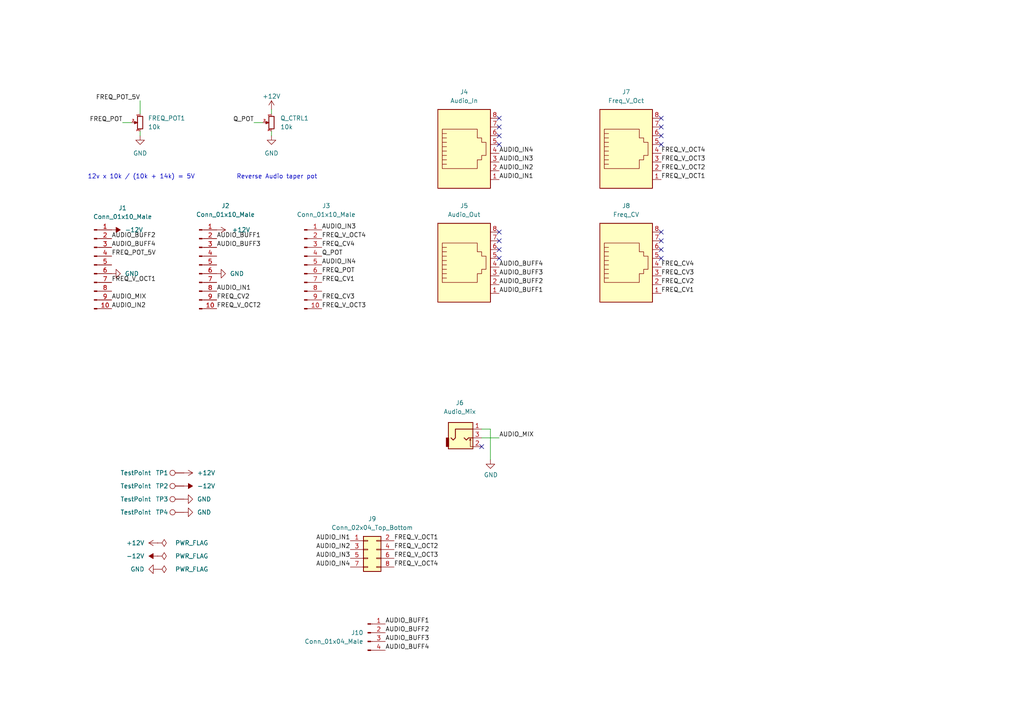
<source format=kicad_sch>
(kicad_sch (version 20211123) (generator eeschema)
  (paper "A4")
  (lib_symbols
    (symbol "Connector:Conn_01x04_Male" (pin_names (offset 1.016) hide)
      (property "Reference" "J" (at 0 5.08 0))
      (property "Value" "Conn_01x04_Male" (at 0 -7.62 0))
      (symbol "Conn_01x04_Male_1_1"
        (polyline (pts (xy 1.27 -5.08) (xy 0.8636 -5.08)) (stroke (width 0.1524)))
        (polyline (pts (xy 1.27 -2.54) (xy 0.8636 -2.54)) (stroke (width 0.1524)))
        (polyline (pts (xy 1.27 0) (xy 0.8636 0)) (stroke (width 0.1524)))
        (polyline (pts (xy 1.27 2.54) (xy 0.8636 2.54)) (stroke (width 0.1524)))
        (rectangle (start 0.8636 -4.953) (end 0 -5.207) (stroke (width 0.1524)) (fill (type outline)))
        (rectangle (start 0.8636 -2.413) (end 0 -2.667) (stroke (width 0.1524)) (fill (type outline)))
        (rectangle (start 0.8636 0.127) (end 0 -0.127) (stroke (width 0.1524)) (fill (type outline)))
        (rectangle (start 0.8636 2.667) (end 0 2.413) (stroke (width 0.1524)) (fill (type outline)))
        (pin passive line (at 5.08 2.54 180) (length 3.81) (name "Pin_1") (number "1"))
        (pin passive line (at 5.08 0 180) (length 3.81) (name "Pin_2") (number "2"))
        (pin passive line (at 5.08 -2.54 180) (length 3.81) (name "Pin_3") (number "3"))
        (pin passive line (at 5.08 -5.08 180) (length 3.81) (name "Pin_4") (number "4"))
      )
    )
    (symbol "Connector:Conn_01x10_Male" (pin_names (offset 1.016) hide)
      (property "Reference" "J" (at 0 12.7 0))
      (property "Value" "Conn_01x10_Male" (at 0 -15.24 0))
      (symbol "Conn_01x10_Male_1_1"
        (polyline (pts (xy 1.27 -12.7) (xy 0.8636 -12.7)) (stroke (width 0.1524)))
        (polyline (pts (xy 1.27 -10.16) (xy 0.8636 -10.16)) (stroke (width 0.1524)))
        (polyline (pts (xy 1.27 -7.62) (xy 0.8636 -7.62)) (stroke (width 0.1524)))
        (polyline (pts (xy 1.27 -5.08) (xy 0.8636 -5.08)) (stroke (width 0.1524)))
        (polyline (pts (xy 1.27 -2.54) (xy 0.8636 -2.54)) (stroke (width 0.1524)))
        (polyline (pts (xy 1.27 0) (xy 0.8636 0)) (stroke (width 0.1524)))
        (polyline (pts (xy 1.27 2.54) (xy 0.8636 2.54)) (stroke (width 0.1524)))
        (polyline (pts (xy 1.27 5.08) (xy 0.8636 5.08)) (stroke (width 0.1524)))
        (polyline (pts (xy 1.27 7.62) (xy 0.8636 7.62)) (stroke (width 0.1524)))
        (polyline (pts (xy 1.27 10.16) (xy 0.8636 10.16)) (stroke (width 0.1524)))
        (rectangle (start 0.8636 -12.573) (end 0 -12.827) (stroke (width 0.1524)) (fill (type outline)))
        (rectangle (start 0.8636 -10.033) (end 0 -10.287) (stroke (width 0.1524)) (fill (type outline)))
        (rectangle (start 0.8636 -7.493) (end 0 -7.747) (stroke (width 0.1524)) (fill (type outline)))
        (rectangle (start 0.8636 -4.953) (end 0 -5.207) (stroke (width 0.1524)) (fill (type outline)))
        (rectangle (start 0.8636 -2.413) (end 0 -2.667) (stroke (width 0.1524)) (fill (type outline)))
        (rectangle (start 0.8636 0.127) (end 0 -0.127) (stroke (width 0.1524)) (fill (type outline)))
        (rectangle (start 0.8636 2.667) (end 0 2.413) (stroke (width 0.1524)) (fill (type outline)))
        (rectangle (start 0.8636 5.207) (end 0 4.953) (stroke (width 0.1524)) (fill (type outline)))
        (rectangle (start 0.8636 7.747) (end 0 7.493) (stroke (width 0.1524)) (fill (type outline)))
        (rectangle (start 0.8636 10.287) (end 0 10.033) (stroke (width 0.1524)) (fill (type outline)))
        (pin passive line (at 5.08 10.16 180) (length 3.81) (name "Pin_1") (number "1"))
        (pin passive line (at 5.08 -12.7 180) (length 3.81) (name "Pin_10") (number "10"))
        (pin passive line (at 5.08 7.62 180) (length 3.81) (name "Pin_2") (number "2"))
        (pin passive line (at 5.08 5.08 180) (length 3.81) (name "Pin_3") (number "3"))
        (pin passive line (at 5.08 2.54 180) (length 3.81) (name "Pin_4") (number "4"))
        (pin passive line (at 5.08 0 180) (length 3.81) (name "Pin_5") (number "5"))
        (pin passive line (at 5.08 -2.54 180) (length 3.81) (name "Pin_6") (number "6"))
        (pin passive line (at 5.08 -5.08 180) (length 3.81) (name "Pin_7") (number "7"))
        (pin passive line (at 5.08 -7.62 180) (length 3.81) (name "Pin_8") (number "8"))
        (pin passive line (at 5.08 -10.16 180) (length 3.81) (name "Pin_9") (number "9"))
      )
    )
    (symbol "Connector:RJ45" (pin_names (offset 1.016))
      (property "Reference" "J" (at -5.08 13.97 0))
      (property "Value" "RJ45" (at 2.54 13.97 0))
      (symbol "RJ45_0_1"
        (polyline (pts (xy -5.08 4.445) (xy -6.35 4.445)))
        (polyline (pts (xy -5.08 5.715) (xy -6.35 5.715)))
        (polyline (pts (xy -6.35 -3.175) (xy -5.08 -3.175) (xy -5.08 -3.175)))
        (polyline (pts (xy -6.35 -1.905) (xy -5.08 -1.905) (xy -5.08 -1.905)))
        (polyline (pts (xy -6.35 -0.635) (xy -5.08 -0.635) (xy -5.08 -0.635)))
        (polyline (pts (xy -6.35 0.635) (xy -5.08 0.635) (xy -5.08 0.635)))
        (polyline (pts (xy -6.35 1.905) (xy -5.08 1.905) (xy -5.08 1.905)))
        (polyline (pts (xy -5.08 3.175) (xy -6.35 3.175) (xy -6.35 3.175)))
        (polyline (pts (xy -6.35 -4.445) (xy -6.35 6.985) (xy 3.81 6.985) (xy 3.81 4.445) (xy 5.08 4.445) (xy 5.08 3.175) (xy 6.35 3.175) (xy 6.35 -0.635) (xy 5.08 -0.635) (xy 5.08 -1.905) (xy 3.81 -1.905) (xy 3.81 -4.445) (xy -6.35 -4.445) (xy -6.35 -4.445)))
        (rectangle (start 7.62 12.7) (end -7.62 -10.16) (stroke (width 0.254)) (fill (type background)))
      )
      (symbol "RJ45_1_1"
        (pin passive line (at 10.16 -7.62 180) (length 2.54) (name "~") (number "1"))
        (pin passive line (at 10.16 -5.08 180) (length 2.54) (name "~") (number "2"))
        (pin passive line (at 10.16 -2.54 180) (length 2.54) (name "~") (number "3"))
        (pin passive line (at 10.16 0 180) (length 2.54) (name "~") (number "4"))
        (pin passive line (at 10.16 2.54 180) (length 2.54) (name "~") (number "5"))
        (pin passive line (at 10.16 5.08 180) (length 2.54) (name "~") (number "6"))
        (pin passive line (at 10.16 7.62 180) (length 2.54) (name "~") (number "7"))
        (pin passive line (at 10.16 10.16 180) (length 2.54) (name "~") (number "8"))
      )
    )
    (symbol "Connector:TestPoint" (pin_numbers hide) (pin_names (offset 0.762) hide)
      (property "Reference" "TP" (at 0 6.858 0))
      (property "Value" "TestPoint" (at 0 5.08 0))
      (symbol "TestPoint_0_1"
        (circle (center 0 3.302) (radius 0.762))
      )
      (symbol "TestPoint_1_1"
        (pin passive line (at 0 0 90) (length 2.54) (name "1") (number "1"))
      )
    )
    (symbol "Connector_Generic:Conn_02x04_Odd_Even" (pin_names (offset 1.016) hide)
      (property "Reference" "J" (at 1.27 5.08 0))
      (property "Value" "Conn_02x04_Odd_Even" (at 1.27 -7.62 0))
      (symbol "Conn_02x04_Odd_Even_1_1"
        (rectangle (start -1.27 -4.953) (end 0 -5.207) (stroke (width 0.1524)))
        (rectangle (start -1.27 -2.413) (end 0 -2.667) (stroke (width 0.1524)))
        (rectangle (start -1.27 0.127) (end 0 -0.127) (stroke (width 0.1524)))
        (rectangle (start -1.27 2.667) (end 0 2.413) (stroke (width 0.1524)))
        (rectangle (start -1.27 3.81) (end 3.81 -6.35) (stroke (width 0.254)) (fill (type background)))
        (rectangle (start 3.81 -4.953) (end 2.54 -5.207) (stroke (width 0.1524)))
        (rectangle (start 3.81 -2.413) (end 2.54 -2.667) (stroke (width 0.1524)))
        (rectangle (start 3.81 0.127) (end 2.54 -0.127) (stroke (width 0.1524)))
        (rectangle (start 3.81 2.667) (end 2.54 2.413) (stroke (width 0.1524)))
        (pin passive line (at -5.08 2.54 0) (length 3.81) (name "Pin_1") (number "1"))
        (pin passive line (at 7.62 2.54 180) (length 3.81) (name "Pin_2") (number "2"))
        (pin passive line (at -5.08 0 0) (length 3.81) (name "Pin_3") (number "3"))
        (pin passive line (at 7.62 0 180) (length 3.81) (name "Pin_4") (number "4"))
        (pin passive line (at -5.08 -2.54 0) (length 3.81) (name "Pin_5") (number "5"))
        (pin passive line (at 7.62 -2.54 180) (length 3.81) (name "Pin_6") (number "6"))
        (pin passive line (at -5.08 -5.08 0) (length 3.81) (name "Pin_7") (number "7"))
        (pin passive line (at 7.62 -5.08 180) (length 3.81) (name "Pin_8") (number "8"))
      )
    )
    (symbol "Device:R_Potentiometer_Small" (pin_names (offset 1.016) hide)
      (property "Reference" "RV" (at -4.445 0 90))
      (property "Value" "R_Potentiometer_Small" (at -2.54 0 90))
      (symbol "R_Potentiometer_Small_0_1"
        (polyline (pts (xy 0.889 0) (xy 0.635 0) (xy 1.651 0.381) (xy 1.651 -0.381) (xy 0.635 0) (xy 0.889 0)) (fill (type outline)))
        (rectangle (start 0.762 1.8034) (end -0.762 -1.8034) (stroke (width 0.254)))
      )
      (symbol "R_Potentiometer_Small_1_1"
        (pin passive line (at 0 2.54 270) (length 0.635) (name "1") (number "1"))
        (pin passive line (at 2.54 0 180) (length 0.9906) (name "2") (number "2"))
        (pin passive line (at 0 -2.54 90) (length 0.635) (name "3") (number "3"))
      )
    )
    (symbol "power:+12V" (power) (pin_names (offset 0))
      (property "Value" "+12V" (at 0 3.556 0))
      (symbol "+12V_0_1"
        (polyline (pts (xy -0.762 1.27) (xy 0 2.54)))
        (polyline (pts (xy 0 0) (xy 0 2.54)))
        (polyline (pts (xy 0 2.54) (xy 0.762 1.27)))
      )
      (symbol "+12V_1_1"
        (pin power_in line (at 0 0 90) (length 0) hide (name "+12V") (number "1"))
      )
    )
    (symbol "power:-12V" (power) (pin_names (offset 0))
      (property "Value" "-12V" (at 0 3.81 0))
      (symbol "-12V_0_0"
        (pin power_in line (at 0 0 90) (length 0) hide (name "-12V") (number "1"))
      )
      (symbol "-12V_0_1"
        (polyline (pts (xy 0 0) (xy 0 1.27) (xy 0.762 1.27) (xy 0 2.54) (xy -0.762 1.27) (xy 0 1.27)) (fill (type outline)))
      )
    )
    (symbol "power:GND" (power) (pin_names (offset 0))
      (property "Value" "GND" (at 0 -3.81 0))
      (symbol "GND_0_1"
        (polyline (pts (xy 0 0) (xy 0 -1.27) (xy 1.27 -1.27) (xy 0 -2.54) (xy -1.27 -1.27) (xy 0 -1.27)))
      )
      (symbol "GND_1_1"
        (pin power_in line (at 0 0 270) (length 0) hide (name "GND") (number "1"))
      )
    )
    (symbol "power:PWR_FLAG" (power) (pin_numbers hide) (pin_names (offset 0) hide)
      (property "Value" "PWR_FLAG" (at 0 3.81 0))
      (symbol "PWR_FLAG_0_0"
        (pin power_out line (at 0 0 90) (length 0) (name "pwr") (number "1"))
      )
      (symbol "PWR_FLAG_0_1"
        (polyline (pts (xy 0 0) (xy 0 1.27) (xy -1.016 1.905) (xy 0 2.54) (xy 1.016 1.905) (xy 0 1.27)))
      )
    )
    (symbol "thonkiconn:AudioJack2_Ground_Switch" (pin_names (offset 1.016))
      (property "Reference" "J" (at 0 8.89 0))
      (property "Value" "AudioJack2_Ground_Switch" (at 0 6.35 0))
      (symbol "AudioJack2_Ground_Switch_0_1"
        (rectangle (start -4.445 -2.54) (end -5.207 0) (fill (type outline)))
        (polyline (pts (xy 1.778 -0.254) (xy 2.032 -0.762)))
        (polyline (pts (xy 0 0) (xy 0.635 -0.635) (xy 1.27 0) (xy 2.54 0)) (stroke (width 0.254)))
        (polyline (pts (xy 2.54 -2.54) (xy 1.778 -2.54) (xy 1.778 -0.254) (xy 1.524 -0.762)))
        (polyline (pts (xy 2.54 2.54) (xy -2.54 2.54) (xy -2.54 0) (xy -3.175 -0.635) (xy -3.81 0)) (stroke (width 0.254)))
        (rectangle (start 2.54 -3.175) (end -4.572 4.445) (stroke (width 0.254)) (fill (type background)))
      )
      (symbol "AudioJack2_Ground_Switch_1_1"
        (pin passive line (at 5.08 2.54 180) (length 2.54) (name "~") (number "1"))
        (pin passive line (at 5.08 -2.54 180) (length 2.54) (name "~") (number "2"))
        (pin passive line (at 5.08 0 180) (length 2.54) (name "~") (number "3"))
      )
    )
  )
  (no_connect (at 144.78 41.91))
  (no_connect (at 144.78 36.83))
  (no_connect (at 191.77 36.83))
  (no_connect (at 144.78 74.93))
  (no_connect (at 191.77 41.91))
  (no_connect (at 191.77 67.31))
  (no_connect (at 191.77 69.85))
  (no_connect (at 144.78 69.85))
  (no_connect (at 191.77 34.29))
  (no_connect (at 191.77 39.37))
  (no_connect (at 144.78 72.39))
  (no_connect (at 144.78 34.29))
  (no_connect (at 191.77 74.93))
  (no_connect (at 144.78 67.31))
  (no_connect (at 139.7 129.54))
  (no_connect (at 144.78 39.37))
  (no_connect (at 191.77 72.39))
  (wire (pts (xy 40.64 29.21) (xy 40.64 33.02)))
  (wire (pts (xy 139.7 127) (xy 144.78 127)))
  (wire (pts (xy 35.56 35.56) (xy 38.1 35.56)))
  (wire (pts (xy 78.74 39.37) (xy 78.74 38.1)))
  (wire (pts (xy 139.7 124.46) (xy 142.24 124.46)))
  (wire (pts (xy 73.66 35.56) (xy 76.2 35.56)))
  (wire (pts (xy 78.74 33.02) (xy 78.74 31.75)))
  (wire (pts (xy 142.24 124.46) (xy 142.24 133.35)))
  (wire (pts (xy 40.64 39.37) (xy 40.64 38.1)))
  (text "12v x 10k / (10k + 14k) = 5V" (at 25.4 52.07 0) (effects (font (size 1.27 1.27)) (justify left bottom)))
  (text "Reverse Audio taper pot" (at 68.58 52.07 0) (effects (font (size 1.27 1.27)) (justify left bottom)))
  (label "Q_POT" (at 73.66 35.56 180))
  (label "FREQ_V_OCT1" (at 191.77 52.07 0))
  (label "AUDIO_IN3" (at 93.345 66.675 0))
  (label "AUDIO_MIX" (at 144.78 127 0))
  (label "AUDIO_BUFF4" (at 32.385 71.755 0))
  (label "AUDIO_BUFF3" (at 62.865 71.755 0))
  (label "AUDIO_BUFF1" (at 62.865 69.215 0))
  (label "AUDIO_BUFF2" (at 111.76 183.515 0))
  (label "AUDIO_BUFF4" (at 111.76 188.595 0))
  (label "AUDIO_IN3" (at 144.78 46.99 0))
  (label "FREQ_CV3" (at 93.345 86.995 0))
  (label "AUDIO_BUFF4" (at 144.78 77.47 0))
  (label "AUDIO_BUFF2" (at 32.385 69.215 0))
  (label "AUDIO_IN4" (at 93.345 76.835 0))
  (label "FREQ_CV1" (at 93.345 81.915 0))
  (label "FREQ_V_OCT4" (at 93.345 69.215 0))
  (label "FREQ_POT" (at 93.345 79.375 0))
  (label "FREQ_V_OCT4" (at 191.77 44.45 0))
  (label "FREQ_V_OCT1" (at 114.3 156.845 0))
  (label "FREQ_V_OCT4" (at 114.3 164.465 0))
  (label "FREQ_V_OCT2" (at 191.77 49.53 0))
  (label "FREQ_POT" (at 35.56 35.56 180))
  (label "AUDIO_IN3" (at 101.6 161.925 180))
  (label "FREQ_CV4" (at 93.345 71.755 0))
  (label "AUDIO_IN1" (at 101.6 156.845 180))
  (label "FREQ_CV2" (at 191.77 82.55 0))
  (label "AUDIO_IN2" (at 101.6 159.385 180))
  (label "AUDIO_MIX" (at 32.385 86.995 0))
  (label "AUDIO_IN2" (at 32.385 89.535 0))
  (label "FREQ_CV3" (at 191.77 80.01 0))
  (label "AUDIO_BUFF1" (at 111.76 180.975 0))
  (label "FREQ_V_OCT3" (at 114.3 161.925 0))
  (label "FREQ_V_OCT1" (at 32.385 81.915 0))
  (label "AUDIO_BUFF3" (at 111.76 186.055 0))
  (label "FREQ_V_OCT2" (at 114.3 159.385 0))
  (label "FREQ_CV1" (at 191.77 85.09 0))
  (label "FREQ_POT_5V" (at 40.64 29.21 180))
  (label "FREQ_CV4" (at 191.77 77.47 0))
  (label "FREQ_V_OCT3" (at 93.345 89.535 0))
  (label "Q_POT" (at 93.345 74.295 0))
  (label "AUDIO_IN2" (at 144.78 49.53 0))
  (label "AUDIO_IN4" (at 101.6 164.465 180))
  (label "FREQ_V_OCT3" (at 191.77 46.99 0))
  (label "AUDIO_BUFF3" (at 144.78 80.01 0))
  (label "AUDIO_IN1" (at 144.78 52.07 0))
  (label "FREQ_V_OCT2" (at 62.865 89.535 0))
  (label "FREQ_CV2" (at 62.865 86.995 0))
  (label "AUDIO_IN1" (at 62.865 84.455 0))
  (label "AUDIO_BUFF1" (at 144.78 85.09 0))
  (label "AUDIO_IN4" (at 144.78 44.45 0))
  (label "AUDIO_BUFF2" (at 144.78 82.55 0))
  (label "FREQ_POT_5V" (at 32.385 74.295 0))
  (symbol (lib_id "Connector:Conn_01x10_Male") (at 88.265 76.835 0) (unit 1)
    (property "Reference" "J3" (at 94.615 59.69 0))
    (property "Value" "Conn_01x10_Male" (at 94.615 62.23 0))
    (property "Footprint" "Connector_PinHeader_2.54mm:PinHeader_1x10_P2.54mm_Vertical" (effects hide))
  )
  (symbol (lib_id "power:GND") (at 53.34 144.78 90) (unit 1)
    (property "Reference" "#PWR09" (effects hide))
    (property "Value" "GND" (at 57.15 144.7799 90) (effects (justify right)))
  )
  (symbol (lib_id "Device:R_Potentiometer_Small") (at 40.64 35.56 0) (mirror y) (unit 1)
    (property "Reference" "FREQ_POT1" (at 42.926 34.2899 0) (effects (justify right)))
    (property "Value" "10k" (at 42.926 36.8299 0) (effects (justify right)))
    (property "Footprint" "Custom_Footprints:Alpha_9mm_Potentiometer_Aligned" (effects hide))
  )
  (symbol (lib_id "Connector:TestPoint") (at 53.34 144.78 90) (unit 1)
    (property "Reference" "TP3" (at 46.99 144.78 90))
    (property "Value" "TestPoint" (at 39.37 144.78 90))
    (property "Footprint" "Custom_Footprints:1.3mm_Test_Point" (effects hide))
  )
  (symbol (lib_id "power:GND") (at 32.385 79.375 90) (unit 1)
    (property "Reference" "#PWR0101" (effects hide))
    (property "Value" "GND" (at 36.195 79.3749 90) (effects (justify right)))
  )
  (symbol (lib_id "thonkiconn:AudioJack2_Ground_Switch") (at 134.62 127 0) (unit 1)
    (property "Reference" "J6" (at 133.35 116.84 0))
    (property "Value" "Audio_Mix" (at 133.35 119.38 0))
    (property "Footprint" "Custom_Footprints:THONKICONN_hole" (effects hide))
  )
  (symbol (lib_id "power:GND") (at 45.72 165.1 270) (unit 1)
    (property "Reference" "#PWR06" (effects hide))
    (property "Value" "GND" (at 41.91 165.0999 90) (effects (justify right)))
  )
  (symbol (lib_id "Connector:RJ45") (at 134.62 77.47 0) (unit 1)
    (property "Reference" "J5" (at 134.62 59.69 0))
    (property "Value" "Audio_Out" (at 134.62 62.23 0))
    (property "Footprint" "Custom_Footprints:RJ45_Molex_42878-8506" (effects hide))
  )
  (symbol (lib_id "Connector:RJ45") (at 181.61 44.45 0) (unit 1)
    (property "Reference" "J7" (at 181.61 26.67 0))
    (property "Value" "Freq_V_Oct" (at 181.61 29.21 0))
    (property "Footprint" "Custom_Footprints:RJ45_Molex_42878-8506" (effects hide))
  )
  (symbol (lib_id "power:+12V") (at 78.74 31.75 0) (mirror y) (unit 1)
    (property "Reference" "#PWR011" (effects hide))
    (property "Value" "+12V" (at 78.74 27.94 0))
  )
  (symbol (lib_id "power:-12V") (at 45.72 161.29 90) (unit 1)
    (property "Reference" "#PWR05" (effects hide))
    (property "Value" "-12V" (at 41.91 161.2899 90) (effects (justify left)))
  )
  (symbol (lib_id "power:-12V") (at 32.385 66.675 270) (unit 1)
    (property "Reference" "#PWR0104" (effects hide))
    (property "Value" "-12V" (at 36.195 66.6749 90) (effects (justify left)))
  )
  (symbol (lib_id "power:+12V") (at 53.34 137.16 270) (mirror x) (unit 1)
    (property "Reference" "#PWR07" (effects hide))
    (property "Value" "+12V" (at 57.15 137.1599 90) (effects (justify left)))
  )
  (symbol (lib_id "Connector:Conn_01x10_Male") (at 27.305 76.835 0) (unit 1)
    (property "Reference" "J1" (at 35.56 60.325 0))
    (property "Value" "Conn_01x10_Male" (at 35.56 62.865 0))
    (property "Footprint" "Connector_PinHeader_2.54mm:PinHeader_1x10_P2.54mm_Vertical" (effects hide))
  )
  (symbol (lib_id "Connector:Conn_01x10_Male") (at 57.785 76.835 0) (unit 1)
    (property "Reference" "J2" (at 65.405 59.69 0))
    (property "Value" "Conn_01x10_Male" (at 65.405 62.23 0))
    (property "Footprint" "Connector_PinHeader_2.54mm:PinHeader_1x10_P2.54mm_Vertical" (effects hide))
  )
  (symbol (lib_id "Connector:Conn_01x04_Male") (at 106.68 183.515 0) (unit 1)
    (property "Reference" "J10" (at 105.41 183.5149 0) (effects (justify right)))
    (property "Value" "Conn_01x04_Male" (at 105.41 186.0549 0) (effects (justify right)))
    (property "Footprint" "Connector_PinHeader_2.54mm:PinHeader_1x04_P2.54mm_Vertical" (effects hide))
  )
  (symbol (lib_id "Connector:TestPoint") (at 53.34 140.97 90) (unit 1)
    (property "Reference" "TP2" (at 46.99 140.97 90))
    (property "Value" "TestPoint" (at 39.37 140.97 90))
    (property "Footprint" "Custom_Footprints:1.3mm_Test_Point" (effects hide))
  )
  (symbol (lib_id "power:GND") (at 78.74 39.37 0) (unit 1)
    (property "Reference" "#PWR012" (effects hide))
    (property "Value" "GND" (at 78.74 44.45 0))
  )
  (symbol (lib_id "power:-12V") (at 53.34 140.97 270) (unit 1)
    (property "Reference" "#PWR08" (effects hide))
    (property "Value" "-12V" (at 57.15 140.9699 90) (effects (justify left)))
  )
  (symbol (lib_id "power:+12V") (at 45.72 157.48 90) (mirror x) (unit 1)
    (property "Reference" "#PWR04" (effects hide))
    (property "Value" "+12V" (at 41.91 157.4799 90) (effects (justify left)))
  )
  (symbol (lib_id "power:GND") (at 62.865 79.375 90) (unit 1)
    (property "Reference" "#PWR0102" (effects hide))
    (property "Value" "GND" (at 66.675 79.3749 90) (effects (justify right)))
  )
  (symbol (lib_id "power:GND") (at 40.64 39.37 0) (unit 1)
    (property "Reference" "#PWR01" (effects hide))
    (property "Value" "GND" (at 40.64 44.45 0))
  )
  (symbol (lib_id "Connector_Generic:Conn_02x04_Odd_Even") (at 106.68 159.385 0) (unit 1)
    (property "Reference" "J9" (at 107.95 150.495 0))
    (property "Value" "Conn_02x04_Top_Bottom" (at 107.95 153.035 0))
    (property "Footprint" "Connector_PinHeader_2.54mm:PinHeader_2x04_P2.54mm_Vertical" (effects hide))
  )
  (symbol (lib_id "power:PWR_FLAG") (at 45.72 165.1 270) (unit 1)
    (property "Reference" "#FLG03" (effects hide))
    (property "Value" "PWR_FLAG" (at 50.8 165.0999 90) (effects (justify left)))
  )
  (symbol (lib_id "power:PWR_FLAG") (at 45.72 161.29 270) (unit 1)
    (property "Reference" "#FLG02" (effects hide))
    (property "Value" "PWR_FLAG" (at 50.8 161.2899 90) (effects (justify left)))
  )
  (symbol (lib_id "Connector:TestPoint") (at 53.34 137.16 90) (unit 1)
    (property "Reference" "TP1" (at 46.99 137.16 90))
    (property "Value" "TestPoint" (at 39.37 137.16 90))
    (property "Footprint" "Custom_Footprints:1.3mm_Test_Point" (effects hide))
  )
  (symbol (lib_id "Connector:RJ45") (at 181.61 77.47 0) (unit 1)
    (property "Reference" "J8" (at 181.61 59.69 0))
    (property "Value" "Freq_CV" (at 181.61 62.23 0))
    (property "Footprint" "Custom_Footprints:RJ45_Molex_42878-8506" (effects hide))
  )
  (symbol (lib_id "power:+12V") (at 62.865 66.675 270) (unit 1)
    (property "Reference" "#PWR0103" (effects hide))
    (property "Value" "+12V" (at 67.2643 66.6749 90) (effects (justify left)))
  )
  (symbol (lib_id "power:GND") (at 142.24 133.35 0) (unit 1)
    (property "Reference" "#PWR013" (effects hide))
    (property "Value" "GND" (at 142.367 137.7442 0))
  )
  (symbol (lib_id "power:GND") (at 53.34 148.59 90) (unit 1)
    (property "Reference" "#PWR010" (effects hide))
    (property "Value" "GND" (at 57.15 148.5899 90) (effects (justify right)))
  )
  (symbol (lib_id "Device:R_Potentiometer_Small") (at 78.74 35.56 0) (mirror y) (unit 1)
    (property "Reference" "Q_CTRL1" (at 81.28 34.2899 0) (effects (justify right)))
    (property "Value" "10k" (at 81.28 36.8299 0) (effects (justify right)))
    (property "Footprint" "Custom_Footprints:Alpha_9mm_Potentiometer_Aligned" (effects hide))
  )
  (symbol (lib_id "power:PWR_FLAG") (at 45.72 157.48 270) (unit 1)
    (property "Reference" "#FLG01" (effects hide))
    (property "Value" "PWR_FLAG" (at 50.8 157.4799 90) (effects (justify left)))
  )
  (symbol (lib_id "Connector:RJ45") (at 134.62 44.45 0) (unit 1)
    (property "Reference" "J4" (at 134.62 26.67 0))
    (property "Value" "Audio_In" (at 134.62 29.21 0))
    (property "Footprint" "Custom_Footprints:RJ45_Molex_42878-8506" (effects hide))
  )
  (symbol (lib_id "Connector:TestPoint") (at 53.34 148.59 90) (unit 1)
    (property "Reference" "TP4" (at 46.99 148.59 90))
    (property "Value" "TestPoint" (at 39.37 148.59 90))
    (property "Footprint" "Custom_Footprints:1.3mm_Test_Point" (effects hide))
  )
)
</source>
